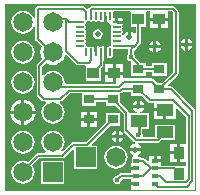
<source format=gtl>
G04 Layer_Physical_Order=1*
G04 Layer_Color=255*
%FSLAX25Y25*%
%MOIN*%
G70*
G01*
G75*
%ADD10R,0.01969X0.01378*%
%ADD11O,0.00787X0.02756*%
%ADD12O,0.02756X0.00787*%
%ADD13R,0.03543X0.03150*%
%ADD14R,0.04000X0.03800*%
%ADD15R,0.05512X0.03937*%
%ADD16R,0.03800X0.04000*%
%ADD17C,0.00600*%
%ADD18C,0.00800*%
%ADD19C,0.01000*%
%ADD20C,0.00100*%
%ADD21C,0.06500*%
%ADD22R,0.06500X0.06500*%
%ADD23R,0.06500X0.06500*%
%ADD24C,0.01600*%
%ADD25C,0.02000*%
G36*
X50082Y52120D02*
Y32534D01*
X46377Y28828D01*
X44767D01*
X43646Y29949D01*
X43315Y30170D01*
X42925Y30248D01*
X33628D01*
X33500Y30353D01*
Y31500D01*
X31000D01*
Y28895D01*
X31158Y28600D01*
X31104Y28520D01*
X14199D01*
X13870Y28896D01*
X13883Y29000D01*
X13751Y30005D01*
X13363Y30942D01*
X12746Y31746D01*
X11942Y32363D01*
X11005Y32751D01*
X10000Y32883D01*
X8995Y32751D01*
X8058Y32363D01*
X7254Y31746D01*
X6918Y31307D01*
X6418Y31477D01*
Y34120D01*
X7703Y35405D01*
X7857Y35288D01*
X8890Y34859D01*
X10000Y34713D01*
X11109Y34859D01*
X12143Y35288D01*
X13031Y35969D01*
X13712Y36857D01*
X14141Y37890D01*
X14145Y37923D01*
X14618Y38084D01*
X17851Y34851D01*
X18149Y34652D01*
X18500Y34582D01*
X20434D01*
X20900Y34500D01*
Y29500D01*
X26100D01*
Y33702D01*
X26539Y34141D01*
X26737Y34439D01*
X26807Y34790D01*
Y36184D01*
X26965Y36310D01*
Y38961D01*
Y41266D01*
X26921Y41258D01*
X26460Y40950D01*
X26435Y40912D01*
X26278Y40881D01*
X25890Y40958D01*
X25502Y40881D01*
X25345Y40912D01*
X25320Y40950D01*
X24859Y41258D01*
X24815Y41266D01*
Y38961D01*
X23815D01*
Y41266D01*
X23771Y41258D01*
X23310Y40950D01*
X23285Y40912D01*
X23128Y40881D01*
X22740Y40958D01*
X22352Y40881D01*
X22341Y40874D01*
X21953Y40694D01*
X21564Y40874D01*
X21553Y40881D01*
X21165Y40958D01*
X20938Y41423D01*
X20920Y41514D01*
X20913Y41525D01*
X20733Y41913D01*
X20913Y42302D01*
X20920Y42313D01*
X20997Y42701D01*
X20920Y43088D01*
X20913Y43100D01*
X20733Y43488D01*
X20913Y43877D01*
X20920Y43888D01*
X20997Y44276D01*
X20920Y44663D01*
X20913Y44674D01*
X20733Y45063D01*
X20913Y45452D01*
X20920Y45463D01*
X20997Y45850D01*
X20920Y46238D01*
X20913Y46249D01*
X20733Y46638D01*
X20913Y47026D01*
X20920Y47038D01*
X20997Y47425D01*
X20920Y47813D01*
X20913Y47824D01*
X20733Y48213D01*
X20913Y48601D01*
X20920Y48612D01*
X20938Y48703D01*
X21165Y49168D01*
X21553Y49245D01*
X21564Y49253D01*
X21953Y49432D01*
X22341Y49253D01*
X22352Y49245D01*
X22740Y49168D01*
X23128Y49245D01*
X23139Y49253D01*
X23528Y49432D01*
X23916Y49253D01*
X23927Y49245D01*
X24315Y49168D01*
X24703Y49245D01*
X24714Y49253D01*
X25102Y49432D01*
X25491Y49253D01*
X25502Y49245D01*
X25890Y49168D01*
X26278Y49245D01*
X26435Y49214D01*
X26460Y49176D01*
X26921Y48868D01*
X26965Y48860D01*
Y51165D01*
X27965D01*
Y48860D01*
X28008Y48868D01*
X28314Y49073D01*
X28435Y49054D01*
X28793Y48890D01*
X28827Y48860D01*
X28908Y48456D01*
X29216Y47995D01*
X29253Y47970D01*
X29284Y47813D01*
X29207Y47425D01*
X29284Y47038D01*
X29292Y47026D01*
X29471Y46638D01*
X29292Y46249D01*
X29284Y46238D01*
X29207Y45850D01*
X29284Y45463D01*
X29292Y45452D01*
X29471Y45063D01*
X29292Y44674D01*
X29284Y44663D01*
X29207Y44276D01*
X29284Y43888D01*
X29292Y43877D01*
X29471Y43488D01*
X29292Y43100D01*
X29284Y43088D01*
X29207Y42701D01*
X29284Y42313D01*
X29292Y42302D01*
X29471Y41913D01*
X29292Y41525D01*
X29284Y41514D01*
X29266Y41423D01*
X29094Y41071D01*
X28743Y40899D01*
X28652Y40881D01*
X28494Y40912D01*
X28469Y40950D01*
X28008Y41258D01*
X27965Y41266D01*
Y38961D01*
Y36655D01*
X28008Y36664D01*
X28469Y36972D01*
X28494Y37009D01*
X28652Y37040D01*
X29039Y36963D01*
X29427Y37040D01*
X29756Y37260D01*
X29975Y37589D01*
X30053Y37976D01*
Y39636D01*
X30177Y39989D01*
X30529Y40113D01*
X32189D01*
X32577Y40190D01*
X32604Y40208D01*
X34829D01*
X35082Y39900D01*
Y38471D01*
X34991Y38409D01*
X34681Y37946D01*
X34573Y37400D01*
X34681Y36854D01*
X34991Y36391D01*
X35454Y36081D01*
X36000Y35973D01*
X36021Y35977D01*
X36128Y35488D01*
Y31172D01*
X40872D01*
Y32429D01*
X43128D01*
Y31172D01*
X47872D01*
Y35521D01*
X43128D01*
Y34264D01*
X40872D01*
Y35521D01*
X39167D01*
X39149Y35549D01*
X37406Y37292D01*
X37427Y37400D01*
X37319Y37946D01*
X37009Y38409D01*
X36918Y38471D01*
Y39520D01*
X37875Y40477D01*
X37875Y40477D01*
X39149Y41751D01*
X39348Y42049D01*
X39418Y42400D01*
Y47500D01*
X41100D01*
Y52500D01*
X41566Y52582D01*
X42500D01*
Y50500D01*
X48500D01*
Y52582D01*
X49620D01*
X50082Y52120D01*
D02*
G37*
G36*
X35900Y52500D02*
Y47500D01*
X37582D01*
Y45383D01*
X37082Y45232D01*
X36942Y45442D01*
X36280Y45884D01*
X36000Y45940D01*
Y44000D01*
X35000D01*
Y45940D01*
X34720Y45884D01*
X34058Y45442D01*
X33675Y44868D01*
X33313Y44844D01*
X33129Y44883D01*
X32982Y45158D01*
X33118Y45452D01*
X33125Y45463D01*
X33202Y45850D01*
X33125Y46238D01*
X33118Y46249D01*
X32938Y46638D01*
X33118Y47026D01*
X33125Y47038D01*
X33202Y47425D01*
X33125Y47813D01*
X33156Y47970D01*
X33194Y47995D01*
X33502Y48456D01*
X33511Y48500D01*
X31205D01*
Y49000D01*
X30705D01*
Y50421D01*
X30220D01*
X30053Y50559D01*
Y52150D01*
X30476Y52582D01*
X35434D01*
X35900Y52500D01*
D02*
G37*
G36*
X57500Y20429D02*
X57000Y20222D01*
X49920Y27302D01*
X49622Y27501D01*
X49271Y27571D01*
X48423D01*
X48215Y28071D01*
X51649Y31505D01*
X51848Y31802D01*
X51918Y32154D01*
Y52500D01*
X51848Y52851D01*
X51649Y53149D01*
X50649Y54149D01*
X50351Y54348D01*
X50000Y54418D01*
X23000D01*
X22649Y54348D01*
X22351Y54149D01*
X22091Y53889D01*
X21901Y53604D01*
X21891Y53591D01*
X21353Y53444D01*
X20649Y54149D01*
X20351Y54348D01*
X20000Y54418D01*
X5000D01*
X4649Y54348D01*
X4351Y54149D01*
X4152Y53851D01*
X4082Y53500D01*
Y50511D01*
X3582Y50412D01*
X3363Y50942D01*
X2746Y51746D01*
X1942Y52363D01*
X1005Y52751D01*
X0Y52883D01*
X-1005Y52751D01*
X-1942Y52363D01*
X-2746Y51746D01*
X-3363Y50942D01*
X-3751Y50005D01*
X-3883Y49000D01*
X-3751Y47995D01*
X-3363Y47058D01*
X-2746Y46254D01*
X-1942Y45637D01*
X-1005Y45249D01*
X0Y45117D01*
X1005Y45249D01*
X1942Y45637D01*
X2746Y46254D01*
X3363Y47058D01*
X3582Y47588D01*
X4082Y47489D01*
Y43500D01*
X4152Y43149D01*
X4351Y42851D01*
X6221Y40982D01*
X5859Y40110D01*
X5713Y39000D01*
X5859Y37890D01*
X6288Y36857D01*
X6405Y36703D01*
X4851Y35149D01*
X4652Y34851D01*
X4582Y34500D01*
Y25000D01*
X4652Y24649D01*
X4851Y24351D01*
X6351Y22851D01*
X6649Y22652D01*
X7000Y22582D01*
X7523D01*
X7693Y22082D01*
X7254Y21746D01*
X6637Y20942D01*
X6249Y20005D01*
X6117Y19000D01*
X6249Y17995D01*
X6637Y17058D01*
X7254Y16254D01*
X8058Y15637D01*
X8995Y15249D01*
X10000Y15117D01*
X11005Y15249D01*
X11942Y15637D01*
X12746Y16254D01*
X13363Y17058D01*
X13751Y17995D01*
X13883Y19000D01*
X13751Y20005D01*
X13363Y20942D01*
X12746Y21746D01*
X12307Y22082D01*
X12477Y22582D01*
X12500D01*
X12851Y22652D01*
X13149Y22851D01*
X15580Y25282D01*
X19628D01*
Y21172D01*
X24372D01*
Y22429D01*
X27628D01*
Y21172D01*
X30877D01*
X33582Y18466D01*
Y13096D01*
X33652Y12745D01*
X33851Y12447D01*
X37147Y9151D01*
X37346Y9018D01*
X37331Y8611D01*
X37293Y8498D01*
X36720Y8384D01*
X36058Y7942D01*
X35616Y7280D01*
X35560Y7000D01*
X39440D01*
X39384Y7280D01*
X38942Y7942D01*
X38280Y8384D01*
X38338Y8882D01*
X44871D01*
X45222Y8952D01*
X45520Y9151D01*
X46060Y9691D01*
X50687D01*
Y14828D01*
X43975D01*
Y10718D01*
X40217D01*
X39871Y11218D01*
X39927Y11500D01*
X39819Y12046D01*
X39791Y12088D01*
Y13431D01*
X42025D01*
Y18568D01*
X39091D01*
X39041Y19069D01*
X39280Y19116D01*
X39942Y19558D01*
X40384Y20220D01*
X40440Y20500D01*
X36560D01*
X36616Y20220D01*
X37058Y19558D01*
X37720Y19116D01*
X37959Y19069D01*
X37909Y18568D01*
X35418D01*
Y18846D01*
X35348Y19198D01*
X35149Y19495D01*
X32372Y22273D01*
Y25282D01*
X32438D01*
X32790Y25352D01*
X33087Y25551D01*
X33272Y25736D01*
X36128D01*
Y24479D01*
X39377D01*
X41583Y22273D01*
X41881Y22074D01*
X42232Y22004D01*
X43575D01*
Y20240D01*
X47331D01*
Y19740D01*
X47831D01*
Y16772D01*
X51087D01*
Y20030D01*
X51549Y20222D01*
X54382Y17388D01*
Y8500D01*
X52500D01*
Y5500D01*
Y2500D01*
X54382D01*
Y1100D01*
X50612D01*
X50572Y1127D01*
X50221Y1197D01*
X46134D01*
Y2339D01*
X44150D01*
Y2839D01*
X43650D01*
Y4528D01*
X42165D01*
Y2786D01*
X41703Y2594D01*
X40810Y3487D01*
X40513Y3686D01*
X40161Y3756D01*
X39435D01*
Y4128D01*
X38381D01*
X38288Y4580D01*
X38298Y4628D01*
X38942Y5058D01*
X39384Y5720D01*
X39440Y6000D01*
X35560D01*
X35616Y5720D01*
X36058Y5058D01*
X36702Y4628D01*
X36712Y4580D01*
X36619Y4128D01*
X36266D01*
Y1969D01*
X35866D01*
Y779D01*
X37850D01*
Y-221D01*
X35866D01*
Y-1362D01*
X32721D01*
X32369Y-1432D01*
X32072Y-1631D01*
X31608Y-2094D01*
X31500Y-2073D01*
X30954Y-2181D01*
X30491Y-2491D01*
X30181Y-2954D01*
X30073Y-3500D01*
X30181Y-4046D01*
X30491Y-4509D01*
X30954Y-4819D01*
X31500Y-4927D01*
X32046Y-4819D01*
X32509Y-4509D01*
X32819Y-4046D01*
X32927Y-3500D01*
X33331Y-3197D01*
X35866D01*
Y-4339D01*
X37850D01*
Y-5339D01*
X35866D01*
Y-6500D01*
X35866Y-6527D01*
X35800Y-7000D01*
X-6000D01*
Y55000D01*
X57500D01*
Y20429D01*
D02*
G37*
%LPC*%
G36*
X48500Y49500D02*
X46000D01*
Y47100D01*
X48500D01*
Y49500D01*
D02*
G37*
G36*
X45000D02*
X42500D01*
Y47100D01*
X45000D01*
Y49500D01*
D02*
G37*
G36*
X25000Y46631D02*
X24376Y46507D01*
X23846Y46154D01*
X23493Y45624D01*
X23369Y45000D01*
X23493Y44376D01*
X23846Y43846D01*
X24376Y43493D01*
X25000Y43369D01*
X25624Y43493D01*
X26153Y43846D01*
X26507Y44376D01*
X26631Y45000D01*
X26507Y45624D01*
X26153Y46154D01*
X25624Y46507D01*
X25000Y46631D01*
D02*
G37*
G36*
X44500Y42940D02*
Y41500D01*
X45940D01*
X45884Y41780D01*
X45442Y42442D01*
X44780Y42884D01*
X44500Y42940D01*
D02*
G37*
G36*
X43500D02*
X43220Y42884D01*
X42558Y42442D01*
X42116Y41780D01*
X42060Y41500D01*
X43500D01*
Y42940D01*
D02*
G37*
G36*
X45940Y40500D02*
X44500D01*
Y39060D01*
X44780Y39116D01*
X45442Y39558D01*
X45884Y40220D01*
X45940Y40500D01*
D02*
G37*
G36*
X43500D02*
X42060D01*
X42116Y40220D01*
X42558Y39558D01*
X43220Y39116D01*
X43500Y39060D01*
Y40500D01*
D02*
G37*
G36*
X33500Y34900D02*
X31000D01*
Y32500D01*
X33500D01*
Y34900D01*
D02*
G37*
G36*
X30000D02*
X27500D01*
Y32500D01*
X30000D01*
Y34900D01*
D02*
G37*
G36*
Y31500D02*
X27500D01*
Y29100D01*
X30000D01*
Y31500D01*
D02*
G37*
G36*
X32189Y50421D02*
X31705D01*
Y49500D01*
X33511D01*
X33502Y49544D01*
X33194Y50005D01*
X32733Y50313D01*
X32189Y50421D01*
D02*
G37*
G36*
X55000Y43440D02*
Y42000D01*
X56440D01*
X56384Y42280D01*
X55942Y42942D01*
X55280Y43384D01*
X55000Y43440D01*
D02*
G37*
G36*
X54000D02*
X53720Y43384D01*
X53058Y42942D01*
X52616Y42280D01*
X52560Y42000D01*
X54000D01*
Y43440D01*
D02*
G37*
G36*
X56440Y41000D02*
X55000D01*
Y39560D01*
X55280Y39616D01*
X55942Y40058D01*
X56384Y40720D01*
X56440Y41000D01*
D02*
G37*
G36*
X54000D02*
X52560D01*
X52616Y40720D01*
X53058Y40058D01*
X53720Y39616D01*
X54000Y39560D01*
Y41000D01*
D02*
G37*
G36*
X0Y42883D02*
X-1005Y42751D01*
X-1942Y42363D01*
X-2746Y41746D01*
X-3363Y40942D01*
X-3751Y40005D01*
X-3883Y39000D01*
X-3751Y37995D01*
X-3363Y37058D01*
X-2746Y36254D01*
X-1942Y35637D01*
X-1005Y35249D01*
X0Y35117D01*
X1005Y35249D01*
X1942Y35637D01*
X2746Y36254D01*
X3363Y37058D01*
X3751Y37995D01*
X3883Y39000D01*
X3751Y40005D01*
X3363Y40942D01*
X2746Y41746D01*
X1942Y42363D01*
X1005Y42751D01*
X0Y42883D01*
D02*
G37*
G36*
Y32883D02*
X-1005Y32751D01*
X-1942Y32363D01*
X-2746Y31746D01*
X-3363Y30942D01*
X-3751Y30005D01*
X-3883Y29000D01*
X-3751Y27995D01*
X-3363Y27058D01*
X-2746Y26254D01*
X-1942Y25637D01*
X-1005Y25249D01*
X0Y25117D01*
X1005Y25249D01*
X1942Y25637D01*
X2746Y26254D01*
X3363Y27058D01*
X3751Y27995D01*
X3883Y29000D01*
X3751Y30005D01*
X3363Y30942D01*
X2746Y31746D01*
X1942Y32363D01*
X1005Y32751D01*
X0Y32883D01*
D02*
G37*
G36*
X39000Y22940D02*
Y21500D01*
X40440D01*
X40384Y21780D01*
X39942Y22442D01*
X39280Y22884D01*
X39000Y22940D01*
D02*
G37*
G36*
X38000D02*
X37720Y22884D01*
X37058Y22442D01*
X36616Y21780D01*
X36560Y21500D01*
X38000D01*
Y22940D01*
D02*
G37*
G36*
X500Y23221D02*
Y19500D01*
X4221D01*
X4141Y20109D01*
X3712Y21143D01*
X3031Y22031D01*
X2143Y22712D01*
X1110Y23141D01*
X500Y23221D01*
D02*
G37*
G36*
X-500D02*
X-1110Y23141D01*
X-2143Y22712D01*
X-3031Y22031D01*
X-3712Y21143D01*
X-4141Y20109D01*
X-4221Y19500D01*
X-500D01*
Y23221D01*
D02*
G37*
G36*
X24772Y19228D02*
X22500D01*
Y17154D01*
X24772D01*
Y19228D01*
D02*
G37*
G36*
X21500D02*
X19228D01*
Y17154D01*
X21500D01*
Y19228D01*
D02*
G37*
G36*
X46831Y19240D02*
X43575D01*
Y16772D01*
X46831D01*
Y19240D01*
D02*
G37*
G36*
X4221Y18500D02*
X500D01*
Y14779D01*
X1110Y14859D01*
X2143Y15288D01*
X3031Y15969D01*
X3712Y16857D01*
X4141Y17890D01*
X4221Y18500D01*
D02*
G37*
G36*
X-500D02*
X-4221D01*
X-4141Y17890D01*
X-3712Y16857D01*
X-3031Y15969D01*
X-2143Y15288D01*
X-1110Y14859D01*
X-500Y14779D01*
Y18500D01*
D02*
G37*
G36*
X24772Y16154D02*
X22500D01*
Y14079D01*
X24772D01*
Y16154D01*
D02*
G37*
G36*
X21500D02*
X19228D01*
Y14079D01*
X21500D01*
Y16154D01*
D02*
G37*
G36*
X32000Y12940D02*
Y11500D01*
X33440D01*
X33384Y11780D01*
X32942Y12442D01*
X32280Y12884D01*
X32000Y12940D01*
D02*
G37*
G36*
X31000D02*
X30720Y12884D01*
X30058Y12442D01*
X29616Y11780D01*
X29560Y11500D01*
X31000D01*
Y12940D01*
D02*
G37*
G36*
X33440Y10500D02*
X32000D01*
Y9060D01*
X32280Y9116D01*
X32942Y9558D01*
X33384Y10220D01*
X33440Y10500D01*
D02*
G37*
G36*
X31000D02*
X29560D01*
X29616Y10220D01*
X30058Y9558D01*
X30720Y9116D01*
X31000Y9060D01*
Y10500D01*
D02*
G37*
G36*
X51500Y8500D02*
X49100D01*
Y6000D01*
X51500D01*
Y8500D01*
D02*
G37*
G36*
X32372Y18828D02*
X27628D01*
Y15580D01*
X21116Y9068D01*
X16650D01*
X16299Y8998D01*
X16001Y8799D01*
X12908Y5705D01*
X12865Y5715D01*
X12746Y6254D01*
X13363Y7058D01*
X13751Y7995D01*
X13883Y9000D01*
X13751Y10005D01*
X13363Y10942D01*
X12746Y11746D01*
X11942Y12363D01*
X11005Y12751D01*
X10000Y12883D01*
X8995Y12751D01*
X8058Y12363D01*
X7254Y11746D01*
X6637Y10942D01*
X6249Y10005D01*
X6117Y9000D01*
X6249Y7995D01*
X6637Y7058D01*
X7254Y6254D01*
X7693Y5918D01*
X7523Y5418D01*
X5000D01*
X4649Y5348D01*
X4351Y5149D01*
X1675Y2473D01*
X1005Y2751D01*
X0Y2883D01*
X-1005Y2751D01*
X-1942Y2363D01*
X-2746Y1746D01*
X-3363Y942D01*
X-3751Y5D01*
X-3883Y-1000D01*
X-3751Y-2005D01*
X-3363Y-2942D01*
X-2746Y-3746D01*
X-1942Y-4363D01*
X-1005Y-4751D01*
X0Y-4883D01*
X1005Y-4751D01*
X1942Y-4363D01*
X2746Y-3746D01*
X3363Y-2942D01*
X3751Y-2005D01*
X3883Y-1000D01*
X3751Y5D01*
X3363Y942D01*
X3092Y1295D01*
X5380Y3582D01*
X13000D01*
X13351Y3652D01*
X13649Y3851D01*
X16650Y6852D01*
X17150Y6645D01*
Y150D01*
X24850D01*
Y7850D01*
X23147D01*
X22956Y8312D01*
X29123Y14479D01*
X32372D01*
Y18828D01*
D02*
G37*
G36*
X0Y12883D02*
X-1005Y12751D01*
X-1942Y12363D01*
X-2746Y11746D01*
X-3363Y10942D01*
X-3751Y10005D01*
X-3883Y9000D01*
X-3751Y7995D01*
X-3363Y7058D01*
X-2746Y6254D01*
X-1942Y5637D01*
X-1005Y5249D01*
X0Y5117D01*
X1005Y5249D01*
X1942Y5637D01*
X2746Y6254D01*
X3363Y7058D01*
X3751Y7995D01*
X3883Y9000D01*
X3751Y10005D01*
X3363Y10942D01*
X2746Y11746D01*
X1942Y12363D01*
X1005Y12751D01*
X0Y12883D01*
D02*
G37*
G36*
X46134Y4528D02*
X44650D01*
Y3339D01*
X46134D01*
Y4528D01*
D02*
G37*
G36*
X51500Y5000D02*
X49100D01*
Y2500D01*
X51500D01*
Y5000D01*
D02*
G37*
G36*
X31000Y7883D02*
X29995Y7751D01*
X29058Y7363D01*
X28254Y6746D01*
X27637Y5942D01*
X27249Y5005D01*
X27117Y4000D01*
X27249Y2995D01*
X27637Y2058D01*
X28254Y1254D01*
X29058Y637D01*
X29995Y249D01*
X31000Y117D01*
X32005Y249D01*
X32942Y637D01*
X33746Y1254D01*
X34363Y2058D01*
X34751Y2995D01*
X34883Y4000D01*
X34751Y5005D01*
X34363Y5942D01*
X33746Y6746D01*
X32942Y7363D01*
X32005Y7751D01*
X31000Y7883D01*
D02*
G37*
G36*
X13850Y2850D02*
X6150D01*
Y-4850D01*
X13850D01*
Y2850D01*
D02*
G37*
%LPD*%
D10*
X37850Y2839D02*
D03*
Y280D02*
D03*
Y-2279D02*
D03*
Y-4839D02*
D03*
X44150D02*
D03*
Y-2279D02*
D03*
Y280D02*
D03*
Y2839D02*
D03*
D11*
X21165Y51165D02*
D03*
X22740D02*
D03*
X24315D02*
D03*
X25890D02*
D03*
X27465D02*
D03*
X29039D02*
D03*
Y38961D02*
D03*
X27465D02*
D03*
X25890D02*
D03*
X24315D02*
D03*
X22740D02*
D03*
X21165D02*
D03*
D12*
X31205Y49000D02*
D03*
Y47425D02*
D03*
Y45850D02*
D03*
Y44276D02*
D03*
Y42701D02*
D03*
Y41126D02*
D03*
X19000D02*
D03*
Y42701D02*
D03*
Y44276D02*
D03*
Y45850D02*
D03*
Y47425D02*
D03*
Y49000D02*
D03*
D13*
X45500Y33347D02*
D03*
Y26654D02*
D03*
X38500Y33347D02*
D03*
Y26654D02*
D03*
X30000Y23347D02*
D03*
Y16654D02*
D03*
X22000Y23347D02*
D03*
Y16654D02*
D03*
D14*
X23500Y32000D02*
D03*
X30500D02*
D03*
X38500Y50000D02*
D03*
X45500D02*
D03*
D15*
X47331Y12260D02*
D03*
Y19740D02*
D03*
X38669Y16000D02*
D03*
D16*
X52000Y-1500D02*
D03*
Y5500D02*
D03*
D17*
X25890Y34790D02*
Y38961D01*
X23500Y32400D02*
X25890Y34790D01*
X23500Y32000D02*
Y32400D01*
X22740Y36300D02*
Y38961D01*
X21940Y35500D02*
X22740Y36300D01*
X18500Y35500D02*
X21940D01*
X14500Y39500D02*
X18500Y35500D01*
X14500Y39500D02*
Y50000D01*
X32892Y26654D02*
X38500D01*
X32438Y26200D02*
X32892Y26654D01*
X15200Y26200D02*
X32438D01*
X12500Y23500D02*
X15200Y26200D01*
X37796Y9800D02*
X44871D01*
X34500Y13096D02*
X37796Y9800D01*
X34500Y13096D02*
Y18846D01*
X44871Y9800D02*
X47331Y12260D01*
X30000Y23347D02*
X34500Y18846D01*
X40161Y-2279D02*
X42720Y280D01*
X37850Y-2279D02*
X40161D01*
X37850Y2839D02*
X40161D01*
X42720Y280D01*
X44150D01*
X7000Y23500D02*
X12500D01*
X5500Y25000D02*
X7000Y23500D01*
X5500Y25000D02*
Y34500D01*
X9500Y38500D01*
X22000Y23347D02*
X30000D01*
X21165Y51165D02*
Y52335D01*
X20000Y53500D02*
X21165Y52335D01*
X5000Y53500D02*
X20000D01*
X5000Y43500D02*
Y53500D01*
Y43500D02*
X10500Y38000D01*
X14500Y50000D02*
X15500Y49000D01*
X19000D01*
X0Y-500D02*
X5000Y4500D01*
X13000D01*
X16650Y8150D01*
X21496D01*
X30000Y16654D01*
X38500Y33347D02*
X45500D01*
X38500D02*
Y34900D01*
X36000Y37400D02*
X38500Y34900D01*
X31205Y41126D02*
X37226D01*
X38500Y42400D01*
Y50000D01*
X36000Y37400D02*
Y39900D01*
X37226Y41126D01*
X42232Y22922D02*
X50146D01*
X38500Y26654D02*
X42232Y22922D01*
X45500Y26654D02*
X49271D01*
X22740Y51165D02*
Y53240D01*
X23000Y53500D01*
X45500Y26654D02*
X51000Y32154D01*
Y52500D01*
X50000Y53500D02*
X51000Y52500D01*
X23000Y53500D02*
X50000D01*
X32721Y-2279D02*
X37850D01*
X31500Y-3500D02*
X32721Y-2279D01*
X10000Y50000D02*
X14500D01*
X50146Y22922D02*
X55300Y17768D01*
Y-3373D02*
Y17768D01*
X44150Y-4839D02*
X45139Y-5828D01*
X54542D01*
X49271Y26654D02*
X56500Y19424D01*
X54542Y-5828D02*
X56500Y-3870D01*
Y19424D01*
X47829Y-4400D02*
X54273D01*
X55300Y-3373D01*
X44150Y-2279D02*
X45709D01*
X47829Y-4400D01*
X50221Y280D02*
X52000Y-1500D01*
X44150Y280D02*
X50221D01*
D18*
X31900Y27500D02*
X33628Y29228D01*
X10000Y27500D02*
X31900D01*
X33628Y29228D02*
X42925D01*
X45500Y26654D01*
D19*
X38500Y11500D02*
X38669Y11669D01*
Y16000D01*
D20*
X-6000Y-7000D02*
Y55000D01*
X57500D01*
X-6000Y-7000D02*
X57500D01*
Y55000D01*
D21*
X0Y49000D02*
D03*
X10000D02*
D03*
Y9000D02*
D03*
Y19000D02*
D03*
Y29000D02*
D03*
Y39000D02*
D03*
X0D02*
D03*
Y29000D02*
D03*
Y19000D02*
D03*
Y9000D02*
D03*
Y-1000D02*
D03*
X31000Y4000D02*
D03*
D22*
X10000Y-1000D02*
D03*
D23*
X21000Y4000D02*
D03*
D24*
X38500Y11500D02*
D03*
X36000Y37400D02*
D03*
X31500Y-3500D02*
D03*
D25*
X35500Y44000D02*
D03*
X44000Y41000D02*
D03*
X54500Y41500D02*
D03*
X31500Y11000D02*
D03*
X37500Y6500D02*
D03*
X38500Y21000D02*
D03*
X25000Y45000D02*
D03*
M02*

</source>
